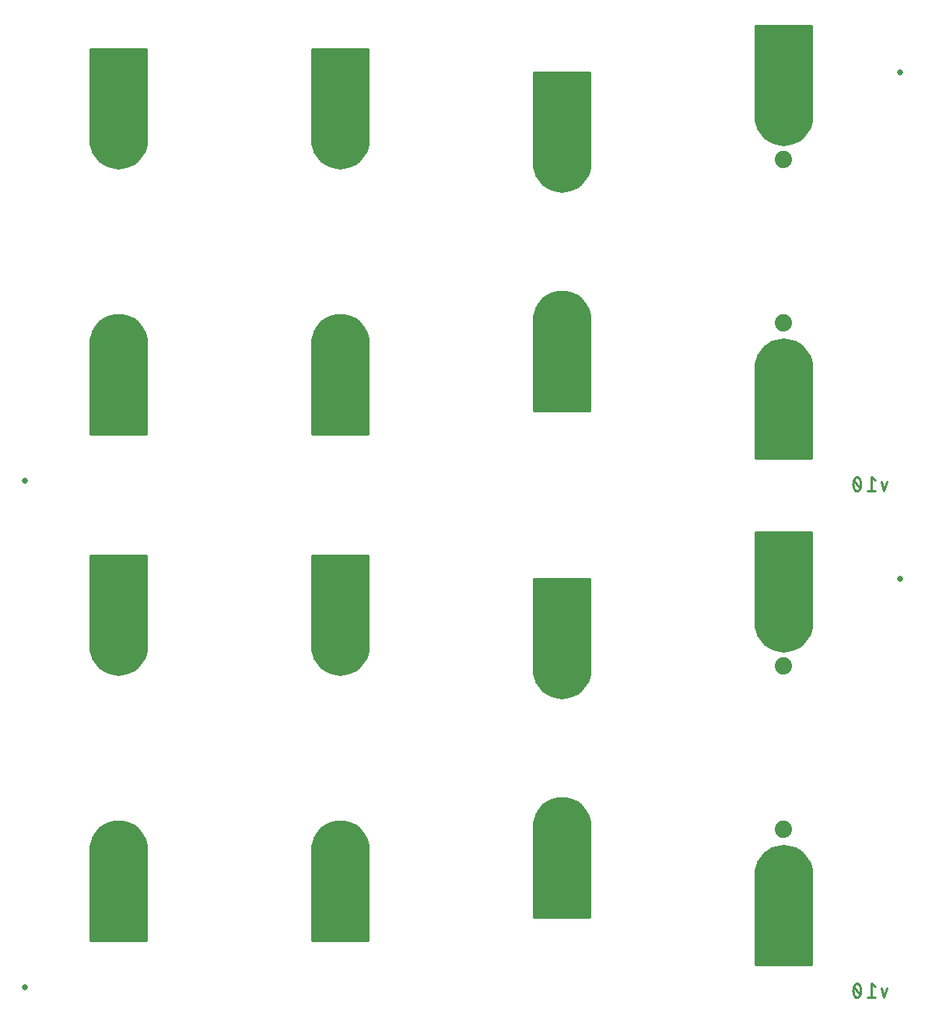
<source format=gbl>
G75*
%MOIN*%
%OFA0B0*%
%FSLAX25Y25*%
%IPPOS*%
%LPD*%
%AMOC8*
5,1,8,0,0,1.08239X$1,22.5*
%
%ADD10C,0.01100*%
%ADD11C,0.02500*%
%ADD12C,0.07400*%
%ADD13C,0.20000*%
%ADD14C,0.01000*%
D10*
X0401343Y0030119D02*
X0401402Y0030244D01*
X0401457Y0030371D01*
X0401509Y0030498D01*
X0401556Y0030628D01*
X0401601Y0030758D01*
X0401641Y0030890D01*
X0401678Y0031023D01*
X0401710Y0031157D01*
X0401740Y0031291D01*
X0401765Y0031427D01*
X0401786Y0031563D01*
X0401804Y0031700D01*
X0401817Y0031837D01*
X0401827Y0031974D01*
X0401833Y0032112D01*
X0401835Y0032250D01*
X0398557Y0032250D02*
X0398559Y0032388D01*
X0398565Y0032526D01*
X0398575Y0032663D01*
X0398588Y0032800D01*
X0398606Y0032937D01*
X0398627Y0033073D01*
X0398652Y0033209D01*
X0398682Y0033343D01*
X0398714Y0033477D01*
X0398751Y0033610D01*
X0398791Y0033742D01*
X0398836Y0033872D01*
X0398883Y0034002D01*
X0398935Y0034129D01*
X0398990Y0034256D01*
X0399049Y0034381D01*
X0398885Y0033889D02*
X0401507Y0030611D01*
X0400196Y0029300D02*
X0400128Y0029302D01*
X0400059Y0029308D01*
X0399992Y0029317D01*
X0399925Y0029331D01*
X0399859Y0029348D01*
X0399793Y0029369D01*
X0399730Y0029393D01*
X0399667Y0029421D01*
X0399607Y0029453D01*
X0399548Y0029488D01*
X0399491Y0029526D01*
X0399436Y0029567D01*
X0399384Y0029612D01*
X0399335Y0029659D01*
X0399288Y0029709D01*
X0399244Y0029761D01*
X0399203Y0029816D01*
X0399166Y0029873D01*
X0399131Y0029932D01*
X0399100Y0029993D01*
X0399073Y0030056D01*
X0399049Y0030120D01*
X0400196Y0029300D02*
X0400264Y0029302D01*
X0400333Y0029308D01*
X0400400Y0029317D01*
X0400467Y0029331D01*
X0400533Y0029348D01*
X0400599Y0029369D01*
X0400662Y0029393D01*
X0400725Y0029421D01*
X0400785Y0029453D01*
X0400844Y0029488D01*
X0400901Y0029526D01*
X0400956Y0029567D01*
X0401008Y0029612D01*
X0401057Y0029659D01*
X0401104Y0029709D01*
X0401148Y0029761D01*
X0401189Y0029816D01*
X0401226Y0029873D01*
X0401261Y0029932D01*
X0401292Y0029993D01*
X0401319Y0030056D01*
X0401343Y0030120D01*
X0399050Y0030119D02*
X0398991Y0030244D01*
X0398936Y0030371D01*
X0398884Y0030498D01*
X0398837Y0030628D01*
X0398792Y0030758D01*
X0398752Y0030890D01*
X0398715Y0031023D01*
X0398683Y0031157D01*
X0398653Y0031291D01*
X0398628Y0031427D01*
X0398607Y0031563D01*
X0398589Y0031700D01*
X0398576Y0031837D01*
X0398566Y0031974D01*
X0398560Y0032112D01*
X0398558Y0032250D01*
X0401835Y0032250D02*
X0401833Y0032388D01*
X0401827Y0032526D01*
X0401817Y0032663D01*
X0401804Y0032800D01*
X0401786Y0032937D01*
X0401765Y0033073D01*
X0401740Y0033209D01*
X0401710Y0033343D01*
X0401678Y0033477D01*
X0401641Y0033610D01*
X0401601Y0033742D01*
X0401556Y0033872D01*
X0401509Y0034002D01*
X0401457Y0034129D01*
X0401402Y0034256D01*
X0401343Y0034381D01*
X0401343Y0034380D02*
X0401319Y0034444D01*
X0401292Y0034507D01*
X0401261Y0034568D01*
X0401226Y0034627D01*
X0401189Y0034684D01*
X0401148Y0034739D01*
X0401104Y0034791D01*
X0401057Y0034841D01*
X0401008Y0034888D01*
X0400956Y0034933D01*
X0400901Y0034974D01*
X0400844Y0035012D01*
X0400785Y0035047D01*
X0400725Y0035079D01*
X0400662Y0035107D01*
X0400599Y0035131D01*
X0400533Y0035152D01*
X0400467Y0035169D01*
X0400400Y0035183D01*
X0400333Y0035192D01*
X0400264Y0035198D01*
X0400196Y0035200D01*
X0400128Y0035198D01*
X0400059Y0035192D01*
X0399992Y0035183D01*
X0399925Y0035169D01*
X0399859Y0035152D01*
X0399793Y0035131D01*
X0399730Y0035107D01*
X0399667Y0035079D01*
X0399607Y0035047D01*
X0399548Y0035012D01*
X0399491Y0034974D01*
X0399436Y0034933D01*
X0399384Y0034888D01*
X0399335Y0034841D01*
X0399288Y0034791D01*
X0399244Y0034739D01*
X0399203Y0034684D01*
X0399166Y0034627D01*
X0399131Y0034568D01*
X0399100Y0034507D01*
X0399073Y0034444D01*
X0399049Y0034380D01*
X0404711Y0029300D02*
X0407989Y0029300D01*
X0406350Y0029300D02*
X0406350Y0035200D01*
X0407989Y0033889D01*
X0410578Y0033233D02*
X0411889Y0029300D01*
X0413200Y0033233D01*
X0411889Y0246300D02*
X0410578Y0250233D01*
X0413200Y0250233D02*
X0411889Y0246300D01*
X0407989Y0246300D02*
X0404711Y0246300D01*
X0406350Y0246300D02*
X0406350Y0252200D01*
X0407989Y0250889D01*
X0398558Y0249250D02*
X0398560Y0249112D01*
X0398566Y0248974D01*
X0398576Y0248837D01*
X0398589Y0248700D01*
X0398607Y0248563D01*
X0398628Y0248427D01*
X0398653Y0248291D01*
X0398683Y0248157D01*
X0398715Y0248023D01*
X0398752Y0247890D01*
X0398792Y0247758D01*
X0398837Y0247628D01*
X0398884Y0247498D01*
X0398936Y0247371D01*
X0398991Y0247244D01*
X0399050Y0247119D01*
X0400196Y0246300D02*
X0400264Y0246302D01*
X0400333Y0246308D01*
X0400400Y0246317D01*
X0400467Y0246331D01*
X0400533Y0246348D01*
X0400599Y0246369D01*
X0400662Y0246393D01*
X0400725Y0246421D01*
X0400785Y0246453D01*
X0400844Y0246488D01*
X0400901Y0246526D01*
X0400956Y0246567D01*
X0401008Y0246612D01*
X0401057Y0246659D01*
X0401104Y0246709D01*
X0401148Y0246761D01*
X0401189Y0246816D01*
X0401226Y0246873D01*
X0401261Y0246932D01*
X0401292Y0246993D01*
X0401319Y0247056D01*
X0401343Y0247120D01*
X0401507Y0247611D02*
X0398885Y0250889D01*
X0399049Y0251380D02*
X0399073Y0251444D01*
X0399100Y0251507D01*
X0399131Y0251568D01*
X0399166Y0251627D01*
X0399203Y0251684D01*
X0399244Y0251739D01*
X0399288Y0251791D01*
X0399335Y0251841D01*
X0399384Y0251888D01*
X0399436Y0251933D01*
X0399491Y0251974D01*
X0399548Y0252012D01*
X0399607Y0252047D01*
X0399667Y0252079D01*
X0399730Y0252107D01*
X0399793Y0252131D01*
X0399859Y0252152D01*
X0399925Y0252169D01*
X0399992Y0252183D01*
X0400059Y0252192D01*
X0400128Y0252198D01*
X0400196Y0252200D01*
X0400264Y0252198D01*
X0400333Y0252192D01*
X0400400Y0252183D01*
X0400467Y0252169D01*
X0400533Y0252152D01*
X0400599Y0252131D01*
X0400662Y0252107D01*
X0400725Y0252079D01*
X0400785Y0252047D01*
X0400844Y0252012D01*
X0400901Y0251974D01*
X0400956Y0251933D01*
X0401008Y0251888D01*
X0401057Y0251841D01*
X0401104Y0251791D01*
X0401148Y0251739D01*
X0401189Y0251684D01*
X0401226Y0251627D01*
X0401261Y0251568D01*
X0401292Y0251507D01*
X0401319Y0251444D01*
X0401343Y0251380D01*
X0399049Y0251381D02*
X0398990Y0251256D01*
X0398935Y0251129D01*
X0398883Y0251002D01*
X0398836Y0250872D01*
X0398791Y0250742D01*
X0398751Y0250610D01*
X0398714Y0250477D01*
X0398682Y0250343D01*
X0398652Y0250209D01*
X0398627Y0250073D01*
X0398606Y0249937D01*
X0398588Y0249800D01*
X0398575Y0249663D01*
X0398565Y0249526D01*
X0398559Y0249388D01*
X0398557Y0249250D01*
X0401835Y0249250D02*
X0401833Y0249388D01*
X0401827Y0249526D01*
X0401817Y0249663D01*
X0401804Y0249800D01*
X0401786Y0249937D01*
X0401765Y0250073D01*
X0401740Y0250209D01*
X0401710Y0250343D01*
X0401678Y0250477D01*
X0401641Y0250610D01*
X0401601Y0250742D01*
X0401556Y0250872D01*
X0401509Y0251002D01*
X0401457Y0251129D01*
X0401402Y0251256D01*
X0401343Y0251381D01*
X0399049Y0247120D02*
X0399073Y0247056D01*
X0399100Y0246993D01*
X0399131Y0246932D01*
X0399166Y0246873D01*
X0399203Y0246816D01*
X0399244Y0246761D01*
X0399288Y0246709D01*
X0399335Y0246659D01*
X0399384Y0246612D01*
X0399436Y0246567D01*
X0399491Y0246526D01*
X0399548Y0246488D01*
X0399607Y0246453D01*
X0399667Y0246421D01*
X0399730Y0246393D01*
X0399793Y0246369D01*
X0399859Y0246348D01*
X0399925Y0246331D01*
X0399992Y0246317D01*
X0400059Y0246308D01*
X0400128Y0246302D01*
X0400196Y0246300D01*
X0401343Y0247119D02*
X0401402Y0247244D01*
X0401457Y0247371D01*
X0401509Y0247498D01*
X0401556Y0247628D01*
X0401601Y0247758D01*
X0401641Y0247890D01*
X0401678Y0248023D01*
X0401710Y0248157D01*
X0401740Y0248291D01*
X0401765Y0248427D01*
X0401786Y0248563D01*
X0401804Y0248700D01*
X0401817Y0248837D01*
X0401827Y0248974D01*
X0401833Y0249112D01*
X0401835Y0249250D01*
D11*
X0043750Y0033750D03*
X0043750Y0250750D03*
X0418750Y0208750D03*
X0418750Y0425750D03*
D12*
X0368750Y0388250D03*
X0368750Y0318250D03*
X0368750Y0171250D03*
X0368750Y0101250D03*
D13*
X0368750Y0082250D03*
X0368750Y0059250D03*
X0273750Y0079750D03*
X0273750Y0102750D03*
X0273750Y0169750D03*
X0273750Y0192750D03*
X0368750Y0189750D03*
X0368750Y0212750D03*
X0368750Y0276250D03*
X0368750Y0299250D03*
X0273750Y0296750D03*
X0273750Y0319750D03*
X0273750Y0386750D03*
X0273750Y0409750D03*
X0368750Y0406750D03*
X0368750Y0429750D03*
X0178750Y0419750D03*
X0178750Y0396750D03*
X0178750Y0309750D03*
X0178750Y0286750D03*
X0178750Y0202750D03*
X0178750Y0179750D03*
X0178750Y0092750D03*
X0178750Y0069750D03*
X0083750Y0069750D03*
X0083750Y0092750D03*
X0083750Y0179750D03*
X0083750Y0202750D03*
X0083750Y0286750D03*
X0083750Y0309750D03*
X0083750Y0396750D03*
X0083750Y0419750D03*
D14*
X0071750Y0420166D02*
X0095750Y0420166D01*
X0095750Y0419168D02*
X0071750Y0419168D01*
X0071750Y0418169D02*
X0095750Y0418169D01*
X0095750Y0417171D02*
X0071750Y0417171D01*
X0071750Y0416172D02*
X0095750Y0416172D01*
X0095750Y0415174D02*
X0071750Y0415174D01*
X0071750Y0414175D02*
X0095750Y0414175D01*
X0095750Y0413177D02*
X0071750Y0413177D01*
X0071750Y0412178D02*
X0095750Y0412178D01*
X0095750Y0411180D02*
X0071750Y0411180D01*
X0071750Y0410181D02*
X0095750Y0410181D01*
X0095750Y0409183D02*
X0071750Y0409183D01*
X0071750Y0408184D02*
X0095750Y0408184D01*
X0095750Y0407186D02*
X0071750Y0407186D01*
X0071750Y0406187D02*
X0095750Y0406187D01*
X0095750Y0405189D02*
X0071750Y0405189D01*
X0071750Y0404190D02*
X0095750Y0404190D01*
X0095750Y0403192D02*
X0071750Y0403192D01*
X0071750Y0402193D02*
X0095750Y0402193D01*
X0095750Y0401195D02*
X0071750Y0401195D01*
X0071750Y0400196D02*
X0095750Y0400196D01*
X0095750Y0399198D02*
X0071750Y0399198D01*
X0071750Y0398199D02*
X0095750Y0398199D01*
X0095750Y0397201D02*
X0071750Y0397201D01*
X0071750Y0396750D02*
X0071872Y0395042D01*
X0072236Y0393369D01*
X0072834Y0391765D01*
X0073655Y0390262D01*
X0074681Y0388892D01*
X0075892Y0387681D01*
X0077262Y0386655D01*
X0078765Y0385834D01*
X0080369Y0385236D01*
X0082042Y0384872D01*
X0083750Y0384750D01*
X0085458Y0384872D01*
X0087131Y0385236D01*
X0088735Y0385834D01*
X0090238Y0386655D01*
X0091608Y0387681D01*
X0092819Y0388892D01*
X0093845Y0390262D01*
X0094666Y0391765D01*
X0095264Y0393369D01*
X0095628Y0395042D01*
X0095750Y0396750D01*
X0095750Y0435750D01*
X0071750Y0435750D01*
X0071750Y0396750D01*
X0071789Y0396202D02*
X0095711Y0396202D01*
X0095639Y0395204D02*
X0071861Y0395204D01*
X0072054Y0394205D02*
X0095446Y0394205D01*
X0095203Y0393207D02*
X0072297Y0393207D01*
X0072669Y0392208D02*
X0094831Y0392208D01*
X0094362Y0391210D02*
X0073138Y0391210D01*
X0073693Y0390211D02*
X0093807Y0390211D01*
X0093059Y0389213D02*
X0074441Y0389213D01*
X0075359Y0388214D02*
X0092141Y0388214D01*
X0090987Y0387216D02*
X0076513Y0387216D01*
X0078064Y0386217D02*
X0089436Y0386217D01*
X0087050Y0385219D02*
X0080450Y0385219D01*
X0071750Y0421165D02*
X0095750Y0421165D01*
X0095750Y0422163D02*
X0071750Y0422163D01*
X0071750Y0423162D02*
X0095750Y0423162D01*
X0095750Y0424160D02*
X0071750Y0424160D01*
X0071750Y0425159D02*
X0095750Y0425159D01*
X0095750Y0426158D02*
X0071750Y0426158D01*
X0071750Y0427156D02*
X0095750Y0427156D01*
X0095750Y0428155D02*
X0071750Y0428155D01*
X0071750Y0429153D02*
X0095750Y0429153D01*
X0095750Y0430152D02*
X0071750Y0430152D01*
X0071750Y0431150D02*
X0095750Y0431150D01*
X0095750Y0432149D02*
X0071750Y0432149D01*
X0071750Y0433147D02*
X0095750Y0433147D01*
X0095750Y0434146D02*
X0071750Y0434146D01*
X0071750Y0435144D02*
X0095750Y0435144D01*
X0166750Y0435144D02*
X0190750Y0435144D01*
X0190750Y0435750D02*
X0166750Y0435750D01*
X0166750Y0396750D01*
X0166872Y0395042D01*
X0167236Y0393369D01*
X0167834Y0391765D01*
X0168655Y0390262D01*
X0169681Y0388892D01*
X0170892Y0387681D01*
X0172262Y0386655D01*
X0173765Y0385834D01*
X0175369Y0385236D01*
X0177042Y0384872D01*
X0178750Y0384750D01*
X0180458Y0384872D01*
X0182131Y0385236D01*
X0183735Y0385834D01*
X0185238Y0386655D01*
X0186608Y0387681D01*
X0187819Y0388892D01*
X0188845Y0390262D01*
X0189666Y0391765D01*
X0190264Y0393369D01*
X0190628Y0395042D01*
X0190750Y0396750D01*
X0190750Y0435750D01*
X0190750Y0434146D02*
X0166750Y0434146D01*
X0166750Y0433147D02*
X0190750Y0433147D01*
X0190750Y0432149D02*
X0166750Y0432149D01*
X0166750Y0431150D02*
X0190750Y0431150D01*
X0190750Y0430152D02*
X0166750Y0430152D01*
X0166750Y0429153D02*
X0190750Y0429153D01*
X0190750Y0428155D02*
X0166750Y0428155D01*
X0166750Y0427156D02*
X0190750Y0427156D01*
X0190750Y0426158D02*
X0166750Y0426158D01*
X0166750Y0425159D02*
X0190750Y0425159D01*
X0190750Y0424160D02*
X0166750Y0424160D01*
X0166750Y0423162D02*
X0190750Y0423162D01*
X0190750Y0422163D02*
X0166750Y0422163D01*
X0166750Y0421165D02*
X0190750Y0421165D01*
X0190750Y0420166D02*
X0166750Y0420166D01*
X0166750Y0419168D02*
X0190750Y0419168D01*
X0190750Y0418169D02*
X0166750Y0418169D01*
X0166750Y0417171D02*
X0190750Y0417171D01*
X0190750Y0416172D02*
X0166750Y0416172D01*
X0166750Y0415174D02*
X0190750Y0415174D01*
X0190750Y0414175D02*
X0166750Y0414175D01*
X0166750Y0413177D02*
X0190750Y0413177D01*
X0190750Y0412178D02*
X0166750Y0412178D01*
X0166750Y0411180D02*
X0190750Y0411180D01*
X0190750Y0410181D02*
X0166750Y0410181D01*
X0166750Y0409183D02*
X0190750Y0409183D01*
X0190750Y0408184D02*
X0166750Y0408184D01*
X0166750Y0407186D02*
X0190750Y0407186D01*
X0190750Y0406187D02*
X0166750Y0406187D01*
X0166750Y0405189D02*
X0190750Y0405189D01*
X0190750Y0404190D02*
X0166750Y0404190D01*
X0166750Y0403192D02*
X0190750Y0403192D01*
X0190750Y0402193D02*
X0166750Y0402193D01*
X0166750Y0401195D02*
X0190750Y0401195D01*
X0190750Y0400196D02*
X0166750Y0400196D01*
X0166750Y0399198D02*
X0190750Y0399198D01*
X0190750Y0398199D02*
X0166750Y0398199D01*
X0166750Y0397201D02*
X0190750Y0397201D01*
X0190711Y0396202D02*
X0166789Y0396202D01*
X0166861Y0395204D02*
X0190639Y0395204D01*
X0190446Y0394205D02*
X0167054Y0394205D01*
X0167297Y0393207D02*
X0190203Y0393207D01*
X0189831Y0392208D02*
X0167669Y0392208D01*
X0168138Y0391210D02*
X0189362Y0391210D01*
X0188807Y0390211D02*
X0168693Y0390211D01*
X0169441Y0389213D02*
X0188059Y0389213D01*
X0187141Y0388214D02*
X0170359Y0388214D01*
X0171513Y0387216D02*
X0185987Y0387216D01*
X0184436Y0386217D02*
X0173064Y0386217D01*
X0175450Y0385219D02*
X0182050Y0385219D01*
X0178750Y0321750D02*
X0180458Y0321628D01*
X0182131Y0321264D01*
X0183735Y0320666D01*
X0185238Y0319845D01*
X0186608Y0318819D01*
X0187819Y0317608D01*
X0188845Y0316238D01*
X0189666Y0314735D01*
X0190264Y0313131D01*
X0190628Y0311458D01*
X0190750Y0309750D01*
X0190750Y0270750D01*
X0166750Y0270750D01*
X0166750Y0309750D01*
X0166872Y0311458D01*
X0167236Y0313131D01*
X0167834Y0314735D01*
X0168655Y0316238D01*
X0169681Y0317608D01*
X0170892Y0318819D01*
X0172262Y0319845D01*
X0173765Y0320666D01*
X0175369Y0321264D01*
X0177042Y0321628D01*
X0178750Y0321750D01*
X0175599Y0321314D02*
X0181901Y0321314D01*
X0184376Y0320315D02*
X0173124Y0320315D01*
X0171557Y0319317D02*
X0185943Y0319317D01*
X0187109Y0318318D02*
X0170391Y0318318D01*
X0169465Y0317320D02*
X0188035Y0317320D01*
X0188782Y0316321D02*
X0168718Y0316321D01*
X0168155Y0315323D02*
X0189345Y0315323D01*
X0189819Y0314324D02*
X0167681Y0314324D01*
X0167309Y0313326D02*
X0190191Y0313326D01*
X0190439Y0312327D02*
X0167061Y0312327D01*
X0166863Y0311329D02*
X0190637Y0311329D01*
X0190709Y0310330D02*
X0166791Y0310330D01*
X0166750Y0309332D02*
X0190750Y0309332D01*
X0190750Y0308333D02*
X0166750Y0308333D01*
X0166750Y0307335D02*
X0190750Y0307335D01*
X0190750Y0306336D02*
X0166750Y0306336D01*
X0166750Y0305338D02*
X0190750Y0305338D01*
X0190750Y0304339D02*
X0166750Y0304339D01*
X0166750Y0303341D02*
X0190750Y0303341D01*
X0190750Y0302342D02*
X0166750Y0302342D01*
X0166750Y0301344D02*
X0190750Y0301344D01*
X0190750Y0300345D02*
X0166750Y0300345D01*
X0166750Y0299347D02*
X0190750Y0299347D01*
X0190750Y0298348D02*
X0166750Y0298348D01*
X0166750Y0297350D02*
X0190750Y0297350D01*
X0190750Y0296351D02*
X0166750Y0296351D01*
X0166750Y0295353D02*
X0190750Y0295353D01*
X0190750Y0294354D02*
X0166750Y0294354D01*
X0166750Y0293355D02*
X0190750Y0293355D01*
X0190750Y0292357D02*
X0166750Y0292357D01*
X0166750Y0291358D02*
X0190750Y0291358D01*
X0190750Y0290360D02*
X0166750Y0290360D01*
X0166750Y0289361D02*
X0190750Y0289361D01*
X0190750Y0288363D02*
X0166750Y0288363D01*
X0166750Y0287364D02*
X0190750Y0287364D01*
X0190750Y0286366D02*
X0166750Y0286366D01*
X0166750Y0285367D02*
X0190750Y0285367D01*
X0190750Y0284369D02*
X0166750Y0284369D01*
X0166750Y0283370D02*
X0190750Y0283370D01*
X0190750Y0282372D02*
X0166750Y0282372D01*
X0166750Y0281373D02*
X0190750Y0281373D01*
X0190750Y0280375D02*
X0166750Y0280375D01*
X0166750Y0279376D02*
X0190750Y0279376D01*
X0190750Y0278378D02*
X0166750Y0278378D01*
X0166750Y0277379D02*
X0190750Y0277379D01*
X0190750Y0276381D02*
X0166750Y0276381D01*
X0166750Y0275382D02*
X0190750Y0275382D01*
X0190750Y0274384D02*
X0166750Y0274384D01*
X0166750Y0273385D02*
X0190750Y0273385D01*
X0190750Y0272387D02*
X0166750Y0272387D01*
X0166750Y0271388D02*
X0190750Y0271388D01*
X0190750Y0218750D02*
X0166750Y0218750D01*
X0166750Y0179750D01*
X0166872Y0178042D01*
X0167236Y0176369D01*
X0167834Y0174765D01*
X0168655Y0173262D01*
X0169681Y0171892D01*
X0170892Y0170681D01*
X0172262Y0169655D01*
X0173765Y0168834D01*
X0175369Y0168236D01*
X0177042Y0167872D01*
X0178750Y0167750D01*
X0180458Y0167872D01*
X0182131Y0168236D01*
X0183735Y0168834D01*
X0185238Y0169655D01*
X0186608Y0170681D01*
X0187819Y0171892D01*
X0188845Y0173262D01*
X0189666Y0174765D01*
X0190264Y0176369D01*
X0190628Y0178042D01*
X0190750Y0179750D01*
X0190750Y0218750D01*
X0190750Y0218467D02*
X0166750Y0218467D01*
X0166750Y0217469D02*
X0190750Y0217469D01*
X0190750Y0216470D02*
X0166750Y0216470D01*
X0166750Y0215472D02*
X0190750Y0215472D01*
X0190750Y0214473D02*
X0166750Y0214473D01*
X0166750Y0213475D02*
X0190750Y0213475D01*
X0190750Y0212476D02*
X0166750Y0212476D01*
X0166750Y0211478D02*
X0190750Y0211478D01*
X0190750Y0210479D02*
X0166750Y0210479D01*
X0166750Y0209481D02*
X0190750Y0209481D01*
X0190750Y0208482D02*
X0166750Y0208482D01*
X0166750Y0207484D02*
X0190750Y0207484D01*
X0190750Y0206485D02*
X0166750Y0206485D01*
X0166750Y0205487D02*
X0190750Y0205487D01*
X0190750Y0204488D02*
X0166750Y0204488D01*
X0166750Y0203489D02*
X0190750Y0203489D01*
X0190750Y0202491D02*
X0166750Y0202491D01*
X0166750Y0201492D02*
X0190750Y0201492D01*
X0190750Y0200494D02*
X0166750Y0200494D01*
X0166750Y0199495D02*
X0190750Y0199495D01*
X0190750Y0198497D02*
X0166750Y0198497D01*
X0166750Y0197498D02*
X0190750Y0197498D01*
X0190750Y0196500D02*
X0166750Y0196500D01*
X0166750Y0195501D02*
X0190750Y0195501D01*
X0190750Y0194503D02*
X0166750Y0194503D01*
X0166750Y0193504D02*
X0190750Y0193504D01*
X0190750Y0192506D02*
X0166750Y0192506D01*
X0166750Y0191507D02*
X0190750Y0191507D01*
X0190750Y0190509D02*
X0166750Y0190509D01*
X0166750Y0189510D02*
X0190750Y0189510D01*
X0190750Y0188512D02*
X0166750Y0188512D01*
X0166750Y0187513D02*
X0190750Y0187513D01*
X0190750Y0186515D02*
X0166750Y0186515D01*
X0166750Y0185516D02*
X0190750Y0185516D01*
X0190750Y0184518D02*
X0166750Y0184518D01*
X0166750Y0183519D02*
X0190750Y0183519D01*
X0190750Y0182521D02*
X0166750Y0182521D01*
X0166750Y0181522D02*
X0190750Y0181522D01*
X0190750Y0180524D02*
X0166750Y0180524D01*
X0166766Y0179525D02*
X0190734Y0179525D01*
X0190662Y0178527D02*
X0166837Y0178527D01*
X0166984Y0177528D02*
X0190516Y0177528D01*
X0190299Y0176530D02*
X0167201Y0176530D01*
X0167549Y0175531D02*
X0189951Y0175531D01*
X0189539Y0174533D02*
X0167961Y0174533D01*
X0168507Y0173534D02*
X0188993Y0173534D01*
X0188301Y0172536D02*
X0169199Y0172536D01*
X0170036Y0171537D02*
X0187464Y0171537D01*
X0186418Y0170539D02*
X0171082Y0170539D01*
X0172473Y0169540D02*
X0185027Y0169540D01*
X0182950Y0168542D02*
X0174550Y0168542D01*
X0178750Y0104750D02*
X0180458Y0104628D01*
X0182131Y0104264D01*
X0183735Y0103666D01*
X0185238Y0102845D01*
X0186608Y0101819D01*
X0187819Y0100608D01*
X0188845Y0099238D01*
X0189666Y0097735D01*
X0190264Y0096131D01*
X0190628Y0094458D01*
X0190750Y0092750D01*
X0190750Y0053750D01*
X0166750Y0053750D01*
X0166750Y0092750D01*
X0166872Y0094458D01*
X0167236Y0096131D01*
X0167834Y0097735D01*
X0168655Y0099238D01*
X0169681Y0100608D01*
X0170892Y0101819D01*
X0172262Y0102845D01*
X0173765Y0103666D01*
X0175369Y0104264D01*
X0177042Y0104628D01*
X0178750Y0104750D01*
X0177168Y0104637D02*
X0180332Y0104637D01*
X0183785Y0103638D02*
X0173715Y0103638D01*
X0171988Y0102640D02*
X0185512Y0102640D01*
X0186786Y0101641D02*
X0170714Y0101641D01*
X0169715Y0100643D02*
X0187785Y0100643D01*
X0188541Y0099644D02*
X0168959Y0099644D01*
X0168332Y0098646D02*
X0189168Y0098646D01*
X0189698Y0097647D02*
X0167802Y0097647D01*
X0167429Y0096649D02*
X0190071Y0096649D01*
X0190368Y0095650D02*
X0167132Y0095650D01*
X0166914Y0094652D02*
X0190586Y0094652D01*
X0190685Y0093653D02*
X0166815Y0093653D01*
X0166750Y0092655D02*
X0190750Y0092655D01*
X0190750Y0091656D02*
X0166750Y0091656D01*
X0166750Y0090658D02*
X0190750Y0090658D01*
X0190750Y0089659D02*
X0166750Y0089659D01*
X0166750Y0088661D02*
X0190750Y0088661D01*
X0190750Y0087662D02*
X0166750Y0087662D01*
X0166750Y0086664D02*
X0190750Y0086664D01*
X0190750Y0085665D02*
X0166750Y0085665D01*
X0166750Y0084667D02*
X0190750Y0084667D01*
X0190750Y0083668D02*
X0166750Y0083668D01*
X0166750Y0082670D02*
X0190750Y0082670D01*
X0190750Y0081671D02*
X0166750Y0081671D01*
X0166750Y0080673D02*
X0190750Y0080673D01*
X0190750Y0079674D02*
X0166750Y0079674D01*
X0166750Y0078676D02*
X0190750Y0078676D01*
X0190750Y0077677D02*
X0166750Y0077677D01*
X0166750Y0076679D02*
X0190750Y0076679D01*
X0190750Y0075680D02*
X0166750Y0075680D01*
X0166750Y0074682D02*
X0190750Y0074682D01*
X0190750Y0073683D02*
X0166750Y0073683D01*
X0166750Y0072684D02*
X0190750Y0072684D01*
X0190750Y0071686D02*
X0166750Y0071686D01*
X0166750Y0070687D02*
X0190750Y0070687D01*
X0190750Y0069689D02*
X0166750Y0069689D01*
X0166750Y0068690D02*
X0190750Y0068690D01*
X0190750Y0067692D02*
X0166750Y0067692D01*
X0166750Y0066693D02*
X0190750Y0066693D01*
X0190750Y0065695D02*
X0166750Y0065695D01*
X0166750Y0064696D02*
X0190750Y0064696D01*
X0190750Y0063698D02*
X0166750Y0063698D01*
X0166750Y0062699D02*
X0190750Y0062699D01*
X0190750Y0061701D02*
X0166750Y0061701D01*
X0166750Y0060702D02*
X0190750Y0060702D01*
X0190750Y0059704D02*
X0166750Y0059704D01*
X0166750Y0058705D02*
X0190750Y0058705D01*
X0190750Y0057707D02*
X0166750Y0057707D01*
X0166750Y0056708D02*
X0190750Y0056708D01*
X0190750Y0055710D02*
X0166750Y0055710D01*
X0166750Y0054711D02*
X0190750Y0054711D01*
X0261750Y0063750D02*
X0285750Y0063750D01*
X0285750Y0102750D01*
X0285628Y0104458D01*
X0285264Y0106131D01*
X0284666Y0107735D01*
X0283845Y0109238D01*
X0282819Y0110608D01*
X0281608Y0111819D01*
X0280238Y0112845D01*
X0278735Y0113666D01*
X0277131Y0114264D01*
X0275458Y0114628D01*
X0273750Y0114750D01*
X0272042Y0114628D01*
X0270369Y0114264D01*
X0268765Y0113666D01*
X0267262Y0112845D01*
X0265892Y0111819D01*
X0264681Y0110608D01*
X0263655Y0109238D01*
X0262834Y0107735D01*
X0262236Y0106131D01*
X0261872Y0104458D01*
X0261750Y0102750D01*
X0261750Y0063750D01*
X0261750Y0064696D02*
X0285750Y0064696D01*
X0285750Y0065695D02*
X0261750Y0065695D01*
X0261750Y0066693D02*
X0285750Y0066693D01*
X0285750Y0067692D02*
X0261750Y0067692D01*
X0261750Y0068690D02*
X0285750Y0068690D01*
X0285750Y0069689D02*
X0261750Y0069689D01*
X0261750Y0070687D02*
X0285750Y0070687D01*
X0285750Y0071686D02*
X0261750Y0071686D01*
X0261750Y0072684D02*
X0285750Y0072684D01*
X0285750Y0073683D02*
X0261750Y0073683D01*
X0261750Y0074682D02*
X0285750Y0074682D01*
X0285750Y0075680D02*
X0261750Y0075680D01*
X0261750Y0076679D02*
X0285750Y0076679D01*
X0285750Y0077677D02*
X0261750Y0077677D01*
X0261750Y0078676D02*
X0285750Y0078676D01*
X0285750Y0079674D02*
X0261750Y0079674D01*
X0261750Y0080673D02*
X0285750Y0080673D01*
X0285750Y0081671D02*
X0261750Y0081671D01*
X0261750Y0082670D02*
X0285750Y0082670D01*
X0285750Y0083668D02*
X0261750Y0083668D01*
X0261750Y0084667D02*
X0285750Y0084667D01*
X0285750Y0085665D02*
X0261750Y0085665D01*
X0261750Y0086664D02*
X0285750Y0086664D01*
X0285750Y0087662D02*
X0261750Y0087662D01*
X0261750Y0088661D02*
X0285750Y0088661D01*
X0285750Y0089659D02*
X0261750Y0089659D01*
X0261750Y0090658D02*
X0285750Y0090658D01*
X0285750Y0091656D02*
X0261750Y0091656D01*
X0261750Y0092655D02*
X0285750Y0092655D01*
X0285750Y0093653D02*
X0261750Y0093653D01*
X0261750Y0094652D02*
X0285750Y0094652D01*
X0285750Y0095650D02*
X0261750Y0095650D01*
X0261750Y0096649D02*
X0285750Y0096649D01*
X0285750Y0097647D02*
X0261750Y0097647D01*
X0261750Y0098646D02*
X0285750Y0098646D01*
X0285750Y0099644D02*
X0261750Y0099644D01*
X0261750Y0100643D02*
X0285750Y0100643D01*
X0285750Y0101641D02*
X0261750Y0101641D01*
X0261750Y0102640D02*
X0285750Y0102640D01*
X0285686Y0103638D02*
X0261814Y0103638D01*
X0261911Y0104637D02*
X0285589Y0104637D01*
X0285372Y0105635D02*
X0262128Y0105635D01*
X0262424Y0106634D02*
X0285076Y0106634D01*
X0284704Y0107632D02*
X0262796Y0107632D01*
X0263324Y0108631D02*
X0284176Y0108631D01*
X0283552Y0109629D02*
X0263948Y0109629D01*
X0264701Y0110628D02*
X0282799Y0110628D01*
X0281801Y0111626D02*
X0265699Y0111626D01*
X0266968Y0112625D02*
X0280532Y0112625D01*
X0278812Y0113623D02*
X0268688Y0113623D01*
X0272015Y0114622D02*
X0275485Y0114622D01*
X0273750Y0157750D02*
X0272042Y0157872D01*
X0270369Y0158236D01*
X0268765Y0158834D01*
X0267262Y0159655D01*
X0265892Y0160681D01*
X0264681Y0161892D01*
X0263655Y0163262D01*
X0262834Y0164765D01*
X0262236Y0166369D01*
X0261872Y0168042D01*
X0261750Y0169750D01*
X0261750Y0208750D01*
X0285750Y0208750D01*
X0285750Y0169750D01*
X0285628Y0168042D01*
X0285264Y0166369D01*
X0284666Y0164765D01*
X0283845Y0163262D01*
X0282819Y0161892D01*
X0281608Y0160681D01*
X0280238Y0159655D01*
X0278735Y0158834D01*
X0277131Y0158236D01*
X0275458Y0157872D01*
X0273750Y0157750D01*
X0269510Y0158556D02*
X0277990Y0158556D01*
X0280055Y0159555D02*
X0267445Y0159555D01*
X0266062Y0160553D02*
X0281438Y0160553D01*
X0282479Y0161552D02*
X0265021Y0161552D01*
X0264188Y0162551D02*
X0283312Y0162551D01*
X0284002Y0163549D02*
X0263498Y0163549D01*
X0262953Y0164548D02*
X0284547Y0164548D01*
X0284957Y0165546D02*
X0262543Y0165546D01*
X0262198Y0166545D02*
X0285302Y0166545D01*
X0285519Y0167543D02*
X0261981Y0167543D01*
X0261836Y0168542D02*
X0285664Y0168542D01*
X0285735Y0169540D02*
X0261765Y0169540D01*
X0261750Y0170539D02*
X0285750Y0170539D01*
X0285750Y0171537D02*
X0261750Y0171537D01*
X0261750Y0172536D02*
X0285750Y0172536D01*
X0285750Y0173534D02*
X0261750Y0173534D01*
X0261750Y0174533D02*
X0285750Y0174533D01*
X0285750Y0175531D02*
X0261750Y0175531D01*
X0261750Y0176530D02*
X0285750Y0176530D01*
X0285750Y0177528D02*
X0261750Y0177528D01*
X0261750Y0178527D02*
X0285750Y0178527D01*
X0285750Y0179525D02*
X0261750Y0179525D01*
X0261750Y0180524D02*
X0285750Y0180524D01*
X0285750Y0181522D02*
X0261750Y0181522D01*
X0261750Y0182521D02*
X0285750Y0182521D01*
X0285750Y0183519D02*
X0261750Y0183519D01*
X0261750Y0184518D02*
X0285750Y0184518D01*
X0285750Y0185516D02*
X0261750Y0185516D01*
X0261750Y0186515D02*
X0285750Y0186515D01*
X0285750Y0187513D02*
X0261750Y0187513D01*
X0261750Y0188512D02*
X0285750Y0188512D01*
X0285750Y0189510D02*
X0261750Y0189510D01*
X0261750Y0190509D02*
X0285750Y0190509D01*
X0285750Y0191507D02*
X0261750Y0191507D01*
X0261750Y0192506D02*
X0285750Y0192506D01*
X0285750Y0193504D02*
X0261750Y0193504D01*
X0261750Y0194503D02*
X0285750Y0194503D01*
X0285750Y0195501D02*
X0261750Y0195501D01*
X0261750Y0196500D02*
X0285750Y0196500D01*
X0285750Y0197498D02*
X0261750Y0197498D01*
X0261750Y0198497D02*
X0285750Y0198497D01*
X0285750Y0199495D02*
X0261750Y0199495D01*
X0261750Y0200494D02*
X0285750Y0200494D01*
X0285750Y0201492D02*
X0261750Y0201492D01*
X0261750Y0202491D02*
X0285750Y0202491D01*
X0285750Y0203489D02*
X0261750Y0203489D01*
X0261750Y0204488D02*
X0285750Y0204488D01*
X0285750Y0205487D02*
X0261750Y0205487D01*
X0261750Y0206485D02*
X0285750Y0206485D01*
X0285750Y0207484D02*
X0261750Y0207484D01*
X0261750Y0208482D02*
X0285750Y0208482D01*
X0356750Y0208482D02*
X0380750Y0208482D01*
X0380750Y0207484D02*
X0356750Y0207484D01*
X0356750Y0206485D02*
X0380750Y0206485D01*
X0380750Y0205487D02*
X0356750Y0205487D01*
X0356750Y0204488D02*
X0380750Y0204488D01*
X0380750Y0203489D02*
X0356750Y0203489D01*
X0356750Y0202491D02*
X0380750Y0202491D01*
X0380750Y0201492D02*
X0356750Y0201492D01*
X0356750Y0200494D02*
X0380750Y0200494D01*
X0380750Y0199495D02*
X0356750Y0199495D01*
X0356750Y0198497D02*
X0380750Y0198497D01*
X0380750Y0197498D02*
X0356750Y0197498D01*
X0356750Y0196500D02*
X0380750Y0196500D01*
X0380750Y0195501D02*
X0356750Y0195501D01*
X0356750Y0194503D02*
X0380750Y0194503D01*
X0380750Y0193504D02*
X0356750Y0193504D01*
X0356750Y0192506D02*
X0380750Y0192506D01*
X0380750Y0191507D02*
X0356750Y0191507D01*
X0356750Y0190509D02*
X0380750Y0190509D01*
X0380750Y0189750D02*
X0380750Y0228750D01*
X0356750Y0228750D01*
X0356750Y0189750D01*
X0356872Y0188042D01*
X0357236Y0186369D01*
X0357834Y0184765D01*
X0358655Y0183262D01*
X0359681Y0181892D01*
X0360892Y0180681D01*
X0362262Y0179655D01*
X0363765Y0178834D01*
X0365369Y0178236D01*
X0367042Y0177872D01*
X0368750Y0177750D01*
X0370458Y0177872D01*
X0372131Y0178236D01*
X0373735Y0178834D01*
X0375238Y0179655D01*
X0376608Y0180681D01*
X0377819Y0181892D01*
X0378845Y0183262D01*
X0379666Y0184765D01*
X0380264Y0186369D01*
X0380628Y0188042D01*
X0380750Y0189750D01*
X0380733Y0189510D02*
X0356767Y0189510D01*
X0356839Y0188512D02*
X0380661Y0188512D01*
X0380513Y0187513D02*
X0356987Y0187513D01*
X0357204Y0186515D02*
X0380296Y0186515D01*
X0379946Y0185516D02*
X0357554Y0185516D01*
X0357969Y0184518D02*
X0379531Y0184518D01*
X0378985Y0183519D02*
X0358515Y0183519D01*
X0359210Y0182521D02*
X0378290Y0182521D01*
X0377450Y0181522D02*
X0360050Y0181522D01*
X0361102Y0180524D02*
X0376398Y0180524D01*
X0375000Y0179525D02*
X0362500Y0179525D01*
X0364590Y0178527D02*
X0372910Y0178527D01*
X0380750Y0209481D02*
X0356750Y0209481D01*
X0356750Y0210479D02*
X0380750Y0210479D01*
X0380750Y0211478D02*
X0356750Y0211478D01*
X0356750Y0212476D02*
X0380750Y0212476D01*
X0380750Y0213475D02*
X0356750Y0213475D01*
X0356750Y0214473D02*
X0380750Y0214473D01*
X0380750Y0215472D02*
X0356750Y0215472D01*
X0356750Y0216470D02*
X0380750Y0216470D01*
X0380750Y0217469D02*
X0356750Y0217469D01*
X0356750Y0218467D02*
X0380750Y0218467D01*
X0380750Y0219466D02*
X0356750Y0219466D01*
X0356750Y0220464D02*
X0380750Y0220464D01*
X0380750Y0221463D02*
X0356750Y0221463D01*
X0356750Y0222461D02*
X0380750Y0222461D01*
X0380750Y0223460D02*
X0356750Y0223460D01*
X0356750Y0224458D02*
X0380750Y0224458D01*
X0380750Y0225457D02*
X0356750Y0225457D01*
X0356750Y0226455D02*
X0380750Y0226455D01*
X0380750Y0227454D02*
X0356750Y0227454D01*
X0356750Y0228452D02*
X0380750Y0228452D01*
X0380750Y0260250D02*
X0356750Y0260250D01*
X0356750Y0299250D01*
X0356872Y0300958D01*
X0357236Y0302631D01*
X0357834Y0304235D01*
X0358655Y0305738D01*
X0359681Y0307108D01*
X0360892Y0308319D01*
X0362262Y0309345D01*
X0363765Y0310166D01*
X0365369Y0310764D01*
X0367042Y0311128D01*
X0368750Y0311250D01*
X0370458Y0311128D01*
X0372131Y0310764D01*
X0373735Y0310166D01*
X0375238Y0309345D01*
X0376608Y0308319D01*
X0377819Y0307108D01*
X0378845Y0305738D01*
X0379666Y0304235D01*
X0380264Y0302631D01*
X0380628Y0300958D01*
X0380750Y0299250D01*
X0380750Y0260250D01*
X0380750Y0260405D02*
X0356750Y0260405D01*
X0356750Y0261403D02*
X0380750Y0261403D01*
X0380750Y0262402D02*
X0356750Y0262402D01*
X0356750Y0263400D02*
X0380750Y0263400D01*
X0380750Y0264399D02*
X0356750Y0264399D01*
X0356750Y0265397D02*
X0380750Y0265397D01*
X0380750Y0266396D02*
X0356750Y0266396D01*
X0356750Y0267394D02*
X0380750Y0267394D01*
X0380750Y0268393D02*
X0356750Y0268393D01*
X0356750Y0269391D02*
X0380750Y0269391D01*
X0380750Y0270390D02*
X0356750Y0270390D01*
X0356750Y0271388D02*
X0380750Y0271388D01*
X0380750Y0272387D02*
X0356750Y0272387D01*
X0356750Y0273385D02*
X0380750Y0273385D01*
X0380750Y0274384D02*
X0356750Y0274384D01*
X0356750Y0275382D02*
X0380750Y0275382D01*
X0380750Y0276381D02*
X0356750Y0276381D01*
X0356750Y0277379D02*
X0380750Y0277379D01*
X0380750Y0278378D02*
X0356750Y0278378D01*
X0356750Y0279376D02*
X0380750Y0279376D01*
X0380750Y0280375D02*
X0356750Y0280375D01*
X0356750Y0281373D02*
X0380750Y0281373D01*
X0380750Y0282372D02*
X0356750Y0282372D01*
X0356750Y0283370D02*
X0380750Y0283370D01*
X0380750Y0284369D02*
X0356750Y0284369D01*
X0356750Y0285367D02*
X0380750Y0285367D01*
X0380750Y0286366D02*
X0356750Y0286366D01*
X0356750Y0287364D02*
X0380750Y0287364D01*
X0380750Y0288363D02*
X0356750Y0288363D01*
X0356750Y0289361D02*
X0380750Y0289361D01*
X0380750Y0290360D02*
X0356750Y0290360D01*
X0356750Y0291358D02*
X0380750Y0291358D01*
X0380750Y0292357D02*
X0356750Y0292357D01*
X0356750Y0293355D02*
X0380750Y0293355D01*
X0380750Y0294354D02*
X0356750Y0294354D01*
X0356750Y0295353D02*
X0380750Y0295353D01*
X0380750Y0296351D02*
X0356750Y0296351D01*
X0356750Y0297350D02*
X0380750Y0297350D01*
X0380750Y0298348D02*
X0356750Y0298348D01*
X0356757Y0299347D02*
X0380743Y0299347D01*
X0380672Y0300345D02*
X0356828Y0300345D01*
X0356956Y0301344D02*
X0380544Y0301344D01*
X0380327Y0302342D02*
X0357173Y0302342D01*
X0357501Y0303341D02*
X0379999Y0303341D01*
X0379609Y0304339D02*
X0357891Y0304339D01*
X0358437Y0305338D02*
X0379063Y0305338D01*
X0378397Y0306336D02*
X0359103Y0306336D01*
X0359907Y0307335D02*
X0377593Y0307335D01*
X0376589Y0308333D02*
X0360911Y0308333D01*
X0362244Y0309332D02*
X0375256Y0309332D01*
X0373294Y0310330D02*
X0364206Y0310330D01*
X0285750Y0310330D02*
X0261750Y0310330D01*
X0261750Y0309332D02*
X0285750Y0309332D01*
X0285750Y0308333D02*
X0261750Y0308333D01*
X0261750Y0307335D02*
X0285750Y0307335D01*
X0285750Y0306336D02*
X0261750Y0306336D01*
X0261750Y0305338D02*
X0285750Y0305338D01*
X0285750Y0304339D02*
X0261750Y0304339D01*
X0261750Y0303341D02*
X0285750Y0303341D01*
X0285750Y0302342D02*
X0261750Y0302342D01*
X0261750Y0301344D02*
X0285750Y0301344D01*
X0285750Y0300345D02*
X0261750Y0300345D01*
X0261750Y0299347D02*
X0285750Y0299347D01*
X0285750Y0298348D02*
X0261750Y0298348D01*
X0261750Y0297350D02*
X0285750Y0297350D01*
X0285750Y0296351D02*
X0261750Y0296351D01*
X0261750Y0295353D02*
X0285750Y0295353D01*
X0285750Y0294354D02*
X0261750Y0294354D01*
X0261750Y0293355D02*
X0285750Y0293355D01*
X0285750Y0292357D02*
X0261750Y0292357D01*
X0261750Y0291358D02*
X0285750Y0291358D01*
X0285750Y0290360D02*
X0261750Y0290360D01*
X0261750Y0289361D02*
X0285750Y0289361D01*
X0285750Y0288363D02*
X0261750Y0288363D01*
X0261750Y0287364D02*
X0285750Y0287364D01*
X0285750Y0286366D02*
X0261750Y0286366D01*
X0261750Y0285367D02*
X0285750Y0285367D01*
X0285750Y0284369D02*
X0261750Y0284369D01*
X0261750Y0283370D02*
X0285750Y0283370D01*
X0285750Y0282372D02*
X0261750Y0282372D01*
X0261750Y0281373D02*
X0285750Y0281373D01*
X0285750Y0280750D02*
X0285750Y0319750D01*
X0285628Y0321458D01*
X0285264Y0323131D01*
X0284666Y0324735D01*
X0283845Y0326238D01*
X0282819Y0327608D01*
X0281608Y0328819D01*
X0280238Y0329845D01*
X0278735Y0330666D01*
X0277131Y0331264D01*
X0275458Y0331628D01*
X0273750Y0331750D01*
X0272042Y0331628D01*
X0270369Y0331264D01*
X0268765Y0330666D01*
X0267262Y0329845D01*
X0265892Y0328819D01*
X0264681Y0327608D01*
X0263655Y0326238D01*
X0262834Y0324735D01*
X0262236Y0323131D01*
X0261872Y0321458D01*
X0261750Y0319750D01*
X0261750Y0280750D01*
X0285750Y0280750D01*
X0285750Y0311329D02*
X0261750Y0311329D01*
X0261750Y0312327D02*
X0285750Y0312327D01*
X0285750Y0313326D02*
X0261750Y0313326D01*
X0261750Y0314324D02*
X0285750Y0314324D01*
X0285750Y0315323D02*
X0261750Y0315323D01*
X0261750Y0316321D02*
X0285750Y0316321D01*
X0285750Y0317320D02*
X0261750Y0317320D01*
X0261750Y0318318D02*
X0285750Y0318318D01*
X0285750Y0319317D02*
X0261750Y0319317D01*
X0261790Y0320315D02*
X0285710Y0320315D01*
X0285638Y0321314D02*
X0261862Y0321314D01*
X0262058Y0322312D02*
X0285442Y0322312D01*
X0285197Y0323311D02*
X0262303Y0323311D01*
X0262676Y0324309D02*
X0284824Y0324309D01*
X0284353Y0325308D02*
X0263147Y0325308D01*
X0263706Y0326306D02*
X0283794Y0326306D01*
X0283046Y0327305D02*
X0264454Y0327305D01*
X0265376Y0328303D02*
X0282124Y0328303D01*
X0280963Y0329302D02*
X0266537Y0329302D01*
X0268096Y0330300D02*
X0279404Y0330300D01*
X0276970Y0331299D02*
X0270530Y0331299D01*
X0273750Y0374750D02*
X0272042Y0374872D01*
X0270369Y0375236D01*
X0268765Y0375834D01*
X0267262Y0376655D01*
X0265892Y0377681D01*
X0264681Y0378892D01*
X0263655Y0380262D01*
X0262834Y0381765D01*
X0262236Y0383369D01*
X0261872Y0385042D01*
X0261750Y0386750D01*
X0261750Y0425750D01*
X0285750Y0425750D01*
X0285750Y0386750D01*
X0285628Y0385042D01*
X0285264Y0383369D01*
X0284666Y0381765D01*
X0283845Y0380262D01*
X0282819Y0378892D01*
X0281608Y0377681D01*
X0280238Y0376655D01*
X0278735Y0375834D01*
X0277131Y0375236D01*
X0275458Y0374872D01*
X0273750Y0374750D01*
X0270381Y0375233D02*
X0277119Y0375233D01*
X0279463Y0376232D02*
X0268037Y0376232D01*
X0266494Y0377230D02*
X0281006Y0377230D01*
X0282156Y0378229D02*
X0265344Y0378229D01*
X0264430Y0379227D02*
X0283070Y0379227D01*
X0283818Y0380226D02*
X0263682Y0380226D01*
X0263130Y0381224D02*
X0284370Y0381224D01*
X0284836Y0382223D02*
X0262664Y0382223D01*
X0262291Y0383222D02*
X0285209Y0383222D01*
X0285449Y0384220D02*
X0262051Y0384220D01*
X0261860Y0385219D02*
X0285640Y0385219D01*
X0285712Y0386217D02*
X0261788Y0386217D01*
X0261750Y0387216D02*
X0285750Y0387216D01*
X0285750Y0388214D02*
X0261750Y0388214D01*
X0261750Y0389213D02*
X0285750Y0389213D01*
X0285750Y0390211D02*
X0261750Y0390211D01*
X0261750Y0391210D02*
X0285750Y0391210D01*
X0285750Y0392208D02*
X0261750Y0392208D01*
X0261750Y0393207D02*
X0285750Y0393207D01*
X0285750Y0394205D02*
X0261750Y0394205D01*
X0261750Y0395204D02*
X0285750Y0395204D01*
X0285750Y0396202D02*
X0261750Y0396202D01*
X0261750Y0397201D02*
X0285750Y0397201D01*
X0285750Y0398199D02*
X0261750Y0398199D01*
X0261750Y0399198D02*
X0285750Y0399198D01*
X0285750Y0400196D02*
X0261750Y0400196D01*
X0261750Y0401195D02*
X0285750Y0401195D01*
X0285750Y0402193D02*
X0261750Y0402193D01*
X0261750Y0403192D02*
X0285750Y0403192D01*
X0285750Y0404190D02*
X0261750Y0404190D01*
X0261750Y0405189D02*
X0285750Y0405189D01*
X0285750Y0406187D02*
X0261750Y0406187D01*
X0261750Y0407186D02*
X0285750Y0407186D01*
X0285750Y0408184D02*
X0261750Y0408184D01*
X0261750Y0409183D02*
X0285750Y0409183D01*
X0285750Y0410181D02*
X0261750Y0410181D01*
X0261750Y0411180D02*
X0285750Y0411180D01*
X0285750Y0412178D02*
X0261750Y0412178D01*
X0261750Y0413177D02*
X0285750Y0413177D01*
X0285750Y0414175D02*
X0261750Y0414175D01*
X0261750Y0415174D02*
X0285750Y0415174D01*
X0285750Y0416172D02*
X0261750Y0416172D01*
X0261750Y0417171D02*
X0285750Y0417171D01*
X0285750Y0418169D02*
X0261750Y0418169D01*
X0261750Y0419168D02*
X0285750Y0419168D01*
X0285750Y0420166D02*
X0261750Y0420166D01*
X0261750Y0421165D02*
X0285750Y0421165D01*
X0285750Y0422163D02*
X0261750Y0422163D01*
X0261750Y0423162D02*
X0285750Y0423162D01*
X0285750Y0424160D02*
X0261750Y0424160D01*
X0261750Y0425159D02*
X0285750Y0425159D01*
X0356750Y0425159D02*
X0380750Y0425159D01*
X0380750Y0426158D02*
X0356750Y0426158D01*
X0356750Y0427156D02*
X0380750Y0427156D01*
X0380750Y0428155D02*
X0356750Y0428155D01*
X0356750Y0429153D02*
X0380750Y0429153D01*
X0380750Y0430152D02*
X0356750Y0430152D01*
X0356750Y0431150D02*
X0380750Y0431150D01*
X0380750Y0432149D02*
X0356750Y0432149D01*
X0356750Y0433147D02*
X0380750Y0433147D01*
X0380750Y0434146D02*
X0356750Y0434146D01*
X0356750Y0435144D02*
X0380750Y0435144D01*
X0380750Y0436143D02*
X0356750Y0436143D01*
X0356750Y0437141D02*
X0380750Y0437141D01*
X0380750Y0438140D02*
X0356750Y0438140D01*
X0356750Y0439138D02*
X0380750Y0439138D01*
X0380750Y0440137D02*
X0356750Y0440137D01*
X0356750Y0441135D02*
X0380750Y0441135D01*
X0380750Y0442134D02*
X0356750Y0442134D01*
X0356750Y0443132D02*
X0380750Y0443132D01*
X0380750Y0444131D02*
X0356750Y0444131D01*
X0356750Y0445129D02*
X0380750Y0445129D01*
X0380750Y0445750D02*
X0356750Y0445750D01*
X0356750Y0406750D01*
X0356872Y0405042D01*
X0357236Y0403369D01*
X0357834Y0401765D01*
X0358655Y0400262D01*
X0359681Y0398892D01*
X0360892Y0397681D01*
X0362262Y0396655D01*
X0363765Y0395834D01*
X0365369Y0395236D01*
X0367042Y0394872D01*
X0368750Y0394750D01*
X0370458Y0394872D01*
X0372131Y0395236D01*
X0373735Y0395834D01*
X0375238Y0396655D01*
X0376608Y0397681D01*
X0377819Y0398892D01*
X0378845Y0400262D01*
X0379666Y0401765D01*
X0380264Y0403369D01*
X0380628Y0405042D01*
X0380750Y0406750D01*
X0380750Y0445750D01*
X0380750Y0424160D02*
X0356750Y0424160D01*
X0356750Y0423162D02*
X0380750Y0423162D01*
X0380750Y0422163D02*
X0356750Y0422163D01*
X0356750Y0421165D02*
X0380750Y0421165D01*
X0380750Y0420166D02*
X0356750Y0420166D01*
X0356750Y0419168D02*
X0380750Y0419168D01*
X0380750Y0418169D02*
X0356750Y0418169D01*
X0356750Y0417171D02*
X0380750Y0417171D01*
X0380750Y0416172D02*
X0356750Y0416172D01*
X0356750Y0415174D02*
X0380750Y0415174D01*
X0380750Y0414175D02*
X0356750Y0414175D01*
X0356750Y0413177D02*
X0380750Y0413177D01*
X0380750Y0412178D02*
X0356750Y0412178D01*
X0356750Y0411180D02*
X0380750Y0411180D01*
X0380750Y0410181D02*
X0356750Y0410181D01*
X0356750Y0409183D02*
X0380750Y0409183D01*
X0380750Y0408184D02*
X0356750Y0408184D01*
X0356750Y0407186D02*
X0380750Y0407186D01*
X0380710Y0406187D02*
X0356790Y0406187D01*
X0356862Y0405189D02*
X0380638Y0405189D01*
X0380443Y0404190D02*
X0357057Y0404190D01*
X0357302Y0403192D02*
X0380198Y0403192D01*
X0379825Y0402193D02*
X0357675Y0402193D01*
X0358146Y0401195D02*
X0379354Y0401195D01*
X0378796Y0400196D02*
X0358704Y0400196D01*
X0359452Y0399198D02*
X0378048Y0399198D01*
X0377127Y0398199D02*
X0360373Y0398199D01*
X0361533Y0397201D02*
X0375967Y0397201D01*
X0374408Y0396202D02*
X0363092Y0396202D01*
X0365518Y0395204D02*
X0371982Y0395204D01*
X0095264Y0313131D02*
X0095628Y0311458D01*
X0095750Y0309750D01*
X0095750Y0270750D01*
X0071750Y0270750D01*
X0071750Y0309750D01*
X0071872Y0311458D01*
X0072236Y0313131D01*
X0072834Y0314735D01*
X0073655Y0316238D01*
X0074681Y0317608D01*
X0075892Y0318819D01*
X0077262Y0319845D01*
X0078765Y0320666D01*
X0080369Y0321264D01*
X0082042Y0321628D01*
X0083750Y0321750D01*
X0085458Y0321628D01*
X0087131Y0321264D01*
X0088735Y0320666D01*
X0090238Y0319845D01*
X0091608Y0318819D01*
X0092819Y0317608D01*
X0093845Y0316238D01*
X0094666Y0314735D01*
X0095264Y0313131D01*
X0095191Y0313326D02*
X0072309Y0313326D01*
X0072061Y0312327D02*
X0095439Y0312327D01*
X0095637Y0311329D02*
X0071863Y0311329D01*
X0071791Y0310330D02*
X0095709Y0310330D01*
X0095750Y0309332D02*
X0071750Y0309332D01*
X0071750Y0308333D02*
X0095750Y0308333D01*
X0095750Y0307335D02*
X0071750Y0307335D01*
X0071750Y0306336D02*
X0095750Y0306336D01*
X0095750Y0305338D02*
X0071750Y0305338D01*
X0071750Y0304339D02*
X0095750Y0304339D01*
X0095750Y0303341D02*
X0071750Y0303341D01*
X0071750Y0302342D02*
X0095750Y0302342D01*
X0095750Y0301344D02*
X0071750Y0301344D01*
X0071750Y0300345D02*
X0095750Y0300345D01*
X0095750Y0299347D02*
X0071750Y0299347D01*
X0071750Y0298348D02*
X0095750Y0298348D01*
X0095750Y0297350D02*
X0071750Y0297350D01*
X0071750Y0296351D02*
X0095750Y0296351D01*
X0095750Y0295353D02*
X0071750Y0295353D01*
X0071750Y0294354D02*
X0095750Y0294354D01*
X0095750Y0293355D02*
X0071750Y0293355D01*
X0071750Y0292357D02*
X0095750Y0292357D01*
X0095750Y0291358D02*
X0071750Y0291358D01*
X0071750Y0290360D02*
X0095750Y0290360D01*
X0095750Y0289361D02*
X0071750Y0289361D01*
X0071750Y0288363D02*
X0095750Y0288363D01*
X0095750Y0287364D02*
X0071750Y0287364D01*
X0071750Y0286366D02*
X0095750Y0286366D01*
X0095750Y0285367D02*
X0071750Y0285367D01*
X0071750Y0284369D02*
X0095750Y0284369D01*
X0095750Y0283370D02*
X0071750Y0283370D01*
X0071750Y0282372D02*
X0095750Y0282372D01*
X0095750Y0281373D02*
X0071750Y0281373D01*
X0071750Y0280375D02*
X0095750Y0280375D01*
X0095750Y0279376D02*
X0071750Y0279376D01*
X0071750Y0278378D02*
X0095750Y0278378D01*
X0095750Y0277379D02*
X0071750Y0277379D01*
X0071750Y0276381D02*
X0095750Y0276381D01*
X0095750Y0275382D02*
X0071750Y0275382D01*
X0071750Y0274384D02*
X0095750Y0274384D01*
X0095750Y0273385D02*
X0071750Y0273385D01*
X0071750Y0272387D02*
X0095750Y0272387D01*
X0095750Y0271388D02*
X0071750Y0271388D01*
X0072681Y0314324D02*
X0094819Y0314324D01*
X0094345Y0315323D02*
X0073155Y0315323D01*
X0073718Y0316321D02*
X0093782Y0316321D01*
X0093035Y0317320D02*
X0074465Y0317320D01*
X0075391Y0318318D02*
X0092109Y0318318D01*
X0090943Y0319317D02*
X0076557Y0319317D01*
X0078124Y0320315D02*
X0089376Y0320315D01*
X0086901Y0321314D02*
X0080599Y0321314D01*
X0071750Y0218750D02*
X0071750Y0179750D01*
X0071872Y0178042D01*
X0072236Y0176369D01*
X0072834Y0174765D01*
X0073655Y0173262D01*
X0074681Y0171892D01*
X0075892Y0170681D01*
X0077262Y0169655D01*
X0078765Y0168834D01*
X0080369Y0168236D01*
X0082042Y0167872D01*
X0083750Y0167750D01*
X0085458Y0167872D01*
X0087131Y0168236D01*
X0088735Y0168834D01*
X0090238Y0169655D01*
X0091608Y0170681D01*
X0092819Y0171892D01*
X0093845Y0173262D01*
X0094666Y0174765D01*
X0095264Y0176369D01*
X0095628Y0178042D01*
X0095750Y0179750D01*
X0095750Y0218750D01*
X0071750Y0218750D01*
X0071750Y0218467D02*
X0095750Y0218467D01*
X0095750Y0217469D02*
X0071750Y0217469D01*
X0071750Y0216470D02*
X0095750Y0216470D01*
X0095750Y0215472D02*
X0071750Y0215472D01*
X0071750Y0214473D02*
X0095750Y0214473D01*
X0095750Y0213475D02*
X0071750Y0213475D01*
X0071750Y0212476D02*
X0095750Y0212476D01*
X0095750Y0211478D02*
X0071750Y0211478D01*
X0071750Y0210479D02*
X0095750Y0210479D01*
X0095750Y0209481D02*
X0071750Y0209481D01*
X0071750Y0208482D02*
X0095750Y0208482D01*
X0095750Y0207484D02*
X0071750Y0207484D01*
X0071750Y0206485D02*
X0095750Y0206485D01*
X0095750Y0205487D02*
X0071750Y0205487D01*
X0071750Y0204488D02*
X0095750Y0204488D01*
X0095750Y0203489D02*
X0071750Y0203489D01*
X0071750Y0202491D02*
X0095750Y0202491D01*
X0095750Y0201492D02*
X0071750Y0201492D01*
X0071750Y0200494D02*
X0095750Y0200494D01*
X0095750Y0199495D02*
X0071750Y0199495D01*
X0071750Y0198497D02*
X0095750Y0198497D01*
X0095750Y0197498D02*
X0071750Y0197498D01*
X0071750Y0196500D02*
X0095750Y0196500D01*
X0095750Y0195501D02*
X0071750Y0195501D01*
X0071750Y0194503D02*
X0095750Y0194503D01*
X0095750Y0193504D02*
X0071750Y0193504D01*
X0071750Y0192506D02*
X0095750Y0192506D01*
X0095750Y0191507D02*
X0071750Y0191507D01*
X0071750Y0190509D02*
X0095750Y0190509D01*
X0095750Y0189510D02*
X0071750Y0189510D01*
X0071750Y0188512D02*
X0095750Y0188512D01*
X0095750Y0187513D02*
X0071750Y0187513D01*
X0071750Y0186515D02*
X0095750Y0186515D01*
X0095750Y0185516D02*
X0071750Y0185516D01*
X0071750Y0184518D02*
X0095750Y0184518D01*
X0095750Y0183519D02*
X0071750Y0183519D01*
X0071750Y0182521D02*
X0095750Y0182521D01*
X0095750Y0181522D02*
X0071750Y0181522D01*
X0071750Y0180524D02*
X0095750Y0180524D01*
X0095734Y0179525D02*
X0071766Y0179525D01*
X0071837Y0178527D02*
X0095662Y0178527D01*
X0095516Y0177528D02*
X0071984Y0177528D01*
X0072201Y0176530D02*
X0095299Y0176530D01*
X0094951Y0175531D02*
X0072549Y0175531D01*
X0072961Y0174533D02*
X0094539Y0174533D01*
X0093993Y0173534D02*
X0073507Y0173534D01*
X0074199Y0172536D02*
X0093301Y0172536D01*
X0092464Y0171537D02*
X0075036Y0171537D01*
X0076082Y0170539D02*
X0091418Y0170539D01*
X0090027Y0169540D02*
X0077473Y0169540D01*
X0079550Y0168542D02*
X0087950Y0168542D01*
X0083750Y0104750D02*
X0085458Y0104628D01*
X0087131Y0104264D01*
X0088735Y0103666D01*
X0090238Y0102845D01*
X0091608Y0101819D01*
X0092819Y0100608D01*
X0093845Y0099238D01*
X0094666Y0097735D01*
X0095264Y0096131D01*
X0095628Y0094458D01*
X0095750Y0092750D01*
X0095750Y0053750D01*
X0071750Y0053750D01*
X0071750Y0092750D01*
X0071872Y0094458D01*
X0072236Y0096131D01*
X0072834Y0097735D01*
X0073655Y0099238D01*
X0074681Y0100608D01*
X0075892Y0101819D01*
X0077262Y0102845D01*
X0078765Y0103666D01*
X0080369Y0104264D01*
X0082042Y0104628D01*
X0083750Y0104750D01*
X0082168Y0104637D02*
X0085332Y0104637D01*
X0088785Y0103638D02*
X0078715Y0103638D01*
X0076988Y0102640D02*
X0090512Y0102640D01*
X0091786Y0101641D02*
X0075714Y0101641D01*
X0074715Y0100643D02*
X0092785Y0100643D01*
X0093541Y0099644D02*
X0073959Y0099644D01*
X0073332Y0098646D02*
X0094168Y0098646D01*
X0094698Y0097647D02*
X0072802Y0097647D01*
X0072429Y0096649D02*
X0095071Y0096649D01*
X0095368Y0095650D02*
X0072132Y0095650D01*
X0071914Y0094652D02*
X0095586Y0094652D01*
X0095685Y0093653D02*
X0071815Y0093653D01*
X0071750Y0092655D02*
X0095750Y0092655D01*
X0095750Y0091656D02*
X0071750Y0091656D01*
X0071750Y0090658D02*
X0095750Y0090658D01*
X0095750Y0089659D02*
X0071750Y0089659D01*
X0071750Y0088661D02*
X0095750Y0088661D01*
X0095750Y0087662D02*
X0071750Y0087662D01*
X0071750Y0086664D02*
X0095750Y0086664D01*
X0095750Y0085665D02*
X0071750Y0085665D01*
X0071750Y0084667D02*
X0095750Y0084667D01*
X0095750Y0083668D02*
X0071750Y0083668D01*
X0071750Y0082670D02*
X0095750Y0082670D01*
X0095750Y0081671D02*
X0071750Y0081671D01*
X0071750Y0080673D02*
X0095750Y0080673D01*
X0095750Y0079674D02*
X0071750Y0079674D01*
X0071750Y0078676D02*
X0095750Y0078676D01*
X0095750Y0077677D02*
X0071750Y0077677D01*
X0071750Y0076679D02*
X0095750Y0076679D01*
X0095750Y0075680D02*
X0071750Y0075680D01*
X0071750Y0074682D02*
X0095750Y0074682D01*
X0095750Y0073683D02*
X0071750Y0073683D01*
X0071750Y0072684D02*
X0095750Y0072684D01*
X0095750Y0071686D02*
X0071750Y0071686D01*
X0071750Y0070687D02*
X0095750Y0070687D01*
X0095750Y0069689D02*
X0071750Y0069689D01*
X0071750Y0068690D02*
X0095750Y0068690D01*
X0095750Y0067692D02*
X0071750Y0067692D01*
X0071750Y0066693D02*
X0095750Y0066693D01*
X0095750Y0065695D02*
X0071750Y0065695D01*
X0071750Y0064696D02*
X0095750Y0064696D01*
X0095750Y0063698D02*
X0071750Y0063698D01*
X0071750Y0062699D02*
X0095750Y0062699D01*
X0095750Y0061701D02*
X0071750Y0061701D01*
X0071750Y0060702D02*
X0095750Y0060702D01*
X0095750Y0059704D02*
X0071750Y0059704D01*
X0071750Y0058705D02*
X0095750Y0058705D01*
X0095750Y0057707D02*
X0071750Y0057707D01*
X0071750Y0056708D02*
X0095750Y0056708D01*
X0095750Y0055710D02*
X0071750Y0055710D01*
X0071750Y0054711D02*
X0095750Y0054711D01*
X0356750Y0054711D02*
X0380750Y0054711D01*
X0380750Y0053713D02*
X0356750Y0053713D01*
X0356750Y0052714D02*
X0380750Y0052714D01*
X0380750Y0051716D02*
X0356750Y0051716D01*
X0356750Y0050717D02*
X0380750Y0050717D01*
X0380750Y0049719D02*
X0356750Y0049719D01*
X0356750Y0048720D02*
X0380750Y0048720D01*
X0380750Y0047722D02*
X0356750Y0047722D01*
X0356750Y0046723D02*
X0380750Y0046723D01*
X0380750Y0045725D02*
X0356750Y0045725D01*
X0356750Y0044726D02*
X0380750Y0044726D01*
X0380750Y0043728D02*
X0356750Y0043728D01*
X0356750Y0043250D02*
X0380750Y0043250D01*
X0380750Y0082250D01*
X0380628Y0083958D01*
X0380264Y0085631D01*
X0379666Y0087235D01*
X0378845Y0088738D01*
X0377819Y0090108D01*
X0376608Y0091319D01*
X0375238Y0092345D01*
X0373735Y0093166D01*
X0372131Y0093764D01*
X0370458Y0094128D01*
X0368750Y0094250D01*
X0367042Y0094128D01*
X0365369Y0093764D01*
X0363765Y0093166D01*
X0362262Y0092345D01*
X0360892Y0091319D01*
X0359681Y0090108D01*
X0358655Y0088738D01*
X0357834Y0087235D01*
X0357236Y0085631D01*
X0356872Y0083958D01*
X0356750Y0082250D01*
X0356750Y0043250D01*
X0356750Y0055710D02*
X0380750Y0055710D01*
X0380750Y0056708D02*
X0356750Y0056708D01*
X0356750Y0057707D02*
X0380750Y0057707D01*
X0380750Y0058705D02*
X0356750Y0058705D01*
X0356750Y0059704D02*
X0380750Y0059704D01*
X0380750Y0060702D02*
X0356750Y0060702D01*
X0356750Y0061701D02*
X0380750Y0061701D01*
X0380750Y0062699D02*
X0356750Y0062699D01*
X0356750Y0063698D02*
X0380750Y0063698D01*
X0380750Y0064696D02*
X0356750Y0064696D01*
X0356750Y0065695D02*
X0380750Y0065695D01*
X0380750Y0066693D02*
X0356750Y0066693D01*
X0356750Y0067692D02*
X0380750Y0067692D01*
X0380750Y0068690D02*
X0356750Y0068690D01*
X0356750Y0069689D02*
X0380750Y0069689D01*
X0380750Y0070687D02*
X0356750Y0070687D01*
X0356750Y0071686D02*
X0380750Y0071686D01*
X0380750Y0072684D02*
X0356750Y0072684D01*
X0356750Y0073683D02*
X0380750Y0073683D01*
X0380750Y0074682D02*
X0356750Y0074682D01*
X0356750Y0075680D02*
X0380750Y0075680D01*
X0380750Y0076679D02*
X0356750Y0076679D01*
X0356750Y0077677D02*
X0380750Y0077677D01*
X0380750Y0078676D02*
X0356750Y0078676D01*
X0356750Y0079674D02*
X0380750Y0079674D01*
X0380750Y0080673D02*
X0356750Y0080673D01*
X0356750Y0081671D02*
X0380750Y0081671D01*
X0380720Y0082670D02*
X0356780Y0082670D01*
X0356851Y0083668D02*
X0380649Y0083668D01*
X0380474Y0084667D02*
X0357026Y0084667D01*
X0357249Y0085665D02*
X0380251Y0085665D01*
X0379879Y0086664D02*
X0357621Y0086664D01*
X0358068Y0087662D02*
X0379432Y0087662D01*
X0378887Y0088661D02*
X0358613Y0088661D01*
X0359345Y0089659D02*
X0378155Y0089659D01*
X0377270Y0090658D02*
X0360230Y0090658D01*
X0361342Y0091656D02*
X0376158Y0091656D01*
X0374671Y0092655D02*
X0362829Y0092655D01*
X0365072Y0093653D02*
X0372428Y0093653D01*
M02*

</source>
